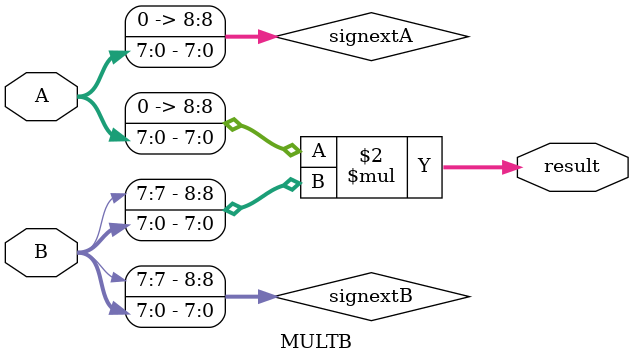
<source format=v>
`timescale 1ns / 1ps

module MAC(
        input [23:0] data,
        input clk,
        input rst,
        input [23:0] weight,
        output reg [19:0] resultout
    );
    
wire signed [15:0] product0,product1;
wire signed  [16:0] product2;
wire signed [16:0] sum0;
wire signed [17:0] sum1;
assign product2[16] = product2[15]? 1'b1:1'b0;
reg signed [19:0] result;
reg [1:0] count;
MULTB m1 (.A(data[7:0]),.B(weight[7:0]),.result(product0));
MULTB m2 (.A(data[15:8]),.B(weight[15:8]),.result(product1));
MULTB m3 (.A(data[23:16]),.B(weight[23:16]),.result(product2));

ADDB #(16) add1 (.A(product0),.B(product1),.result(sum0));
ADDB #(17) add2 (.A(sum0),.B(product2),.result(sum1));
always @(posedge clk or posedge rst) begin
    if(rst)
    begin
        count <=2'd0;
        result <=20'd0;
    end
    else
        begin
         if (count ==0)
         begin
         result<=0;
         count<=count+1;
         end
         else
         begin
         count<=count+1;
         result<=sum1+result;
         if(count==3)
         resultout<=sum1+result;
         end
        end
    end
endmodule



module ADDB#(parameter SIZE=16)(
    input [(SIZE-1):0] A,
    input [(SIZE-1):0] B,
    output reg signed [SIZE:0] result
    );

wire signed [8:0] signextA,signextB;
assign signextA = {1'b0,A};
assign signextB = {B[7],B};

always @(*) begin
result <= signextA + signextB;
end

endmodule


module MULTB(
    input [7:0] A,
    input [7:0] B,
    output reg signed [15:0] result
    );

wire signed [8:0] signextA,signextB;

assign signextA = {1'b0,A};
assign signextB = {B[7],B};

always @(*) begin
result <= signextA * signextB;
end

endmodule

</source>
